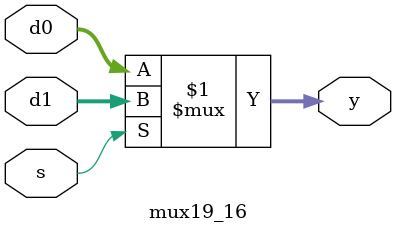
<source format=sv>
`timescale 1ns / 1ps

module mux19_16(input logic[2:0] d0, d1,
input logic s,
output logic [2:0] y);
assign y = s ? d1 : d0;
endmodule

</source>
